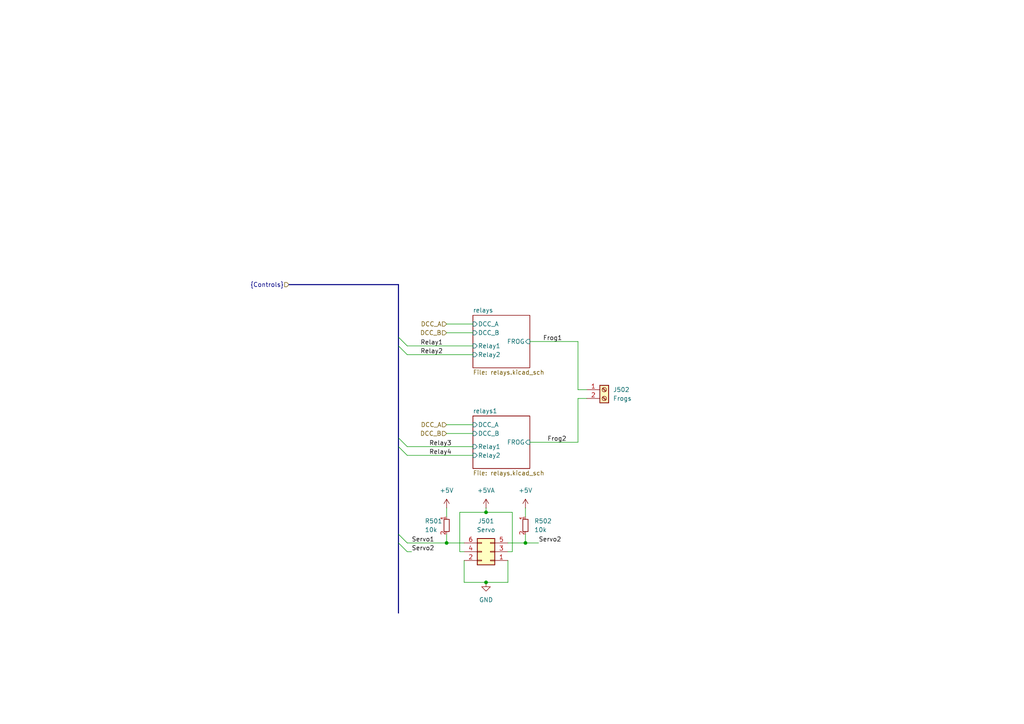
<source format=kicad_sch>
(kicad_sch (version 20231120) (generator "eeschema") (generator_version "8.0")
  (paper "A4")
  (title_block (company "Train-Science"))
  (lib_symbols
    (symbol "Connector:Screw_Terminal_01x02" (pin_names (offset 1.016) hide)
      (property "Reference" "J" (at 0 2.54 0))
      (property "Value" "Screw_Terminal_01x02" (at 0 -5.08 0))
      (symbol "Screw_Terminal_01x02_1_1"
        (rectangle (start -1.27 1.27) (end 1.27 -3.81) (stroke (width 0.254)) (fill (type background)))
        (circle (center 0 -2.54) (radius 0.635) (stroke (width 0.1524)))
        (polyline (pts (xy -0.5334 -2.2098) (xy 0.3302 -3.048)) (stroke (width 0.1524)))
        (polyline (pts (xy -0.5334 0.3302) (xy 0.3302 -0.508)) (stroke (width 0.1524)))
        (polyline (pts (xy -0.3556 -2.032) (xy 0.508 -2.8702)) (stroke (width 0.1524)))
        (polyline (pts (xy -0.3556 0.508) (xy 0.508 -0.3302)) (stroke (width 0.1524)))
        (circle (center 0 0) (radius 0.635) (stroke (width 0.1524)))
        (pin passive line (at -5.08 0 0) (length 3.81) (name "Pin_1") (number "1"))
        (pin passive line (at -5.08 -2.54 0) (length 3.81) (name "Pin_2") (number "2"))
      )
    )
    (symbol "Connector_Generic:Conn_02x03_Odd_Even" (pin_names (offset 1.016) hide)
      (property "Reference" "J" (at 1.27 5.08 0))
      (property "Value" "Conn_02x03_Odd_Even" (at 1.27 -5.08 0))
      (symbol "Conn_02x03_Odd_Even_1_1"
        (rectangle (start -1.27 -2.413) (end 0 -2.667) (stroke (width 0.1524)))
        (rectangle (start -1.27 0.127) (end 0 -0.127) (stroke (width 0.1524)))
        (rectangle (start -1.27 2.667) (end 0 2.413) (stroke (width 0.1524)))
        (rectangle (start -1.27 3.81) (end 3.81 -3.81) (stroke (width 0.254)) (fill (type background)))
        (rectangle (start 3.81 -2.413) (end 2.54 -2.667) (stroke (width 0.1524)))
        (rectangle (start 3.81 0.127) (end 2.54 -0.127) (stroke (width 0.1524)))
        (rectangle (start 3.81 2.667) (end 2.54 2.413) (stroke (width 0.1524)))
        (pin passive line (at -5.08 2.54 0) (length 3.81) (name "Pin_1") (number "1"))
        (pin passive line (at 7.62 2.54 180) (length 3.81) (name "Pin_2") (number "2"))
        (pin passive line (at -5.08 0 0) (length 3.81) (name "Pin_3") (number "3"))
        (pin passive line (at 7.62 0 180) (length 3.81) (name "Pin_4") (number "4"))
        (pin passive line (at -5.08 -2.54 0) (length 3.81) (name "Pin_5") (number "5"))
        (pin passive line (at 7.62 -2.54 180) (length 3.81) (name "Pin_6") (number "6"))
      )
    )
    (symbol "power:+5V" (power) (pin_numbers hide) (pin_names (offset 0) hide)
      (property "Value" "+5V" (at 0 3.556 0))
      (symbol "+5V_0_1"
        (polyline (pts (xy -0.762 1.27) (xy 0 2.54)))
        (polyline (pts (xy 0 0) (xy 0 2.54)))
        (polyline (pts (xy 0 2.54) (xy 0.762 1.27)))
      )
      (symbol "+5V_1_1"
        (pin power_in line (at 0 0 90) (length 0) (name "~") (number "1"))
      )
    )
    (symbol "power:+5VA" (power) (pin_numbers hide) (pin_names (offset 0) hide)
      (property "Value" "+5VA" (at 0 3.556 0))
      (symbol "+5VA_0_1"
        (polyline (pts (xy -0.762 1.27) (xy 0 2.54)))
        (polyline (pts (xy 0 0) (xy 0 2.54)))
        (polyline (pts (xy 0 2.54) (xy 0.762 1.27)))
      )
      (symbol "+5VA_1_1"
        (pin power_in line (at 0 0 90) (length 0) (name "~") (number "1"))
      )
    )
    (symbol "power:GND" (power) (pin_numbers hide) (pin_names (offset 0) hide)
      (property "Value" "GND" (at 0 -3.81 0))
      (symbol "GND_0_1"
        (polyline (pts (xy 0 0) (xy 0 -1.27) (xy 1.27 -1.27) (xy 0 -2.54) (xy -1.27 -1.27) (xy 0 -1.27)))
      )
      (symbol "GND_1_1"
        (pin power_in line (at 0 0 270) (length 0) (name "~") (number "1"))
      )
    )
    (symbol "resistors_0603:R_10k_0603"
      (property "Reference" "R" (at 1.27 2.54 0))
      (property "Value" "10k" (at 2.54 -2.54 0))
      (symbol "R_10k_0603_0_1"
        (rectangle (start -0.762 1.778) (end 0.762 -1.778) (stroke (width 0.2032)))
      )
      (symbol "R_10k_0603_1_1"
        (pin passive line (at 0 2.54 270) (length 0.762) (name "~") (number "1"))
        (pin passive line (at 0 -2.54 90) (length 0.762) (name "~") (number "2"))
      )
    )
  )
  (junction (at 152.4 157.48))
  (junction (at 140.97 168.91))
  (junction (at 129.54 157.48))
  (junction (at 140.97 148.59))
  (bus_entry (at 115.57 154.94) (size 2.54 2.54))
  (bus_entry (at 115.57 97.79) (size 2.54 2.54))
  (bus_entry (at 115.57 157.48) (size 2.54 2.54))
  (bus_entry (at 115.57 100.33) (size 2.54 2.54))
  (bus_entry (at 115.57 129.54) (size 2.54 2.54))
  (bus_entry (at 115.57 127) (size 2.54 2.54))
  (wire (pts (xy 118.11 132.08) (xy 137.16 132.08)))
  (bus (pts (xy 115.57 100.33) (xy 115.57 127)))
  (wire (pts (xy 118.11 157.48) (xy 129.54 157.48)))
  (bus (pts (xy 115.57 154.94) (xy 115.57 157.48)))
  (wire (pts (xy 118.11 160.02) (xy 119.38 160.02)))
  (bus (pts (xy 115.57 82.55) (xy 115.57 97.79)))
  (wire (pts (xy 129.54 93.98) (xy 137.16 93.98)))
  (wire (pts (xy 129.54 123.19) (xy 137.16 123.19)))
  (wire (pts (xy 148.59 160.02) (xy 147.32 160.02)))
  (wire (pts (xy 129.54 154.94) (xy 129.54 157.48)))
  (wire (pts (xy 167.64 115.57) (xy 167.64 128.27)))
  (wire (pts (xy 140.97 168.91) (xy 147.32 168.91)))
  (wire (pts (xy 147.32 168.91) (xy 147.32 162.56)))
  (wire (pts (xy 118.11 100.33) (xy 137.16 100.33)))
  (wire (pts (xy 134.62 168.91) (xy 140.97 168.91)))
  (wire (pts (xy 147.32 157.48) (xy 152.4 157.48)))
  (wire (pts (xy 152.4 157.48) (xy 156.21 157.48)))
  (wire (pts (xy 152.4 154.94) (xy 152.4 157.48)))
  (wire (pts (xy 134.62 160.02) (xy 133.35 160.02)))
  (wire (pts (xy 129.54 125.73) (xy 137.16 125.73)))
  (wire (pts (xy 167.64 113.03) (xy 170.18 113.03)))
  (wire (pts (xy 129.54 157.48) (xy 134.62 157.48)))
  (wire (pts (xy 133.35 148.59) (xy 140.97 148.59)))
  (wire (pts (xy 167.64 99.06) (xy 153.67 99.06)))
  (wire (pts (xy 140.97 147.32) (xy 140.97 148.59)))
  (wire (pts (xy 167.64 128.27) (xy 153.67 128.27)))
  (wire (pts (xy 118.11 102.87) (xy 137.16 102.87)))
  (wire (pts (xy 133.35 160.02) (xy 133.35 148.59)))
  (wire (pts (xy 148.59 148.59) (xy 148.59 160.02)))
  (wire (pts (xy 152.4 147.32) (xy 152.4 149.86)))
  (bus (pts (xy 83.82 82.55) (xy 115.57 82.55)))
  (wire (pts (xy 140.97 148.59) (xy 148.59 148.59)))
  (wire (pts (xy 118.11 129.54) (xy 137.16 129.54)))
  (wire (pts (xy 129.54 147.32) (xy 129.54 149.86)))
  (wire (pts (xy 167.64 115.57) (xy 170.18 115.57)))
  (wire (pts (xy 134.62 168.91) (xy 134.62 162.56)))
  (bus (pts (xy 115.57 97.79) (xy 115.57 100.33)))
  (wire (pts (xy 129.54 96.52) (xy 137.16 96.52)))
  (bus (pts (xy 115.57 129.54) (xy 115.57 154.94)))
  (wire (pts (xy 167.64 113.03) (xy 167.64 99.06)))
  (bus (pts (xy 115.57 157.48) (xy 115.57 177.8)))
  (bus (pts (xy 115.57 127) (xy 115.57 129.54)))
  (label "Servo1" (at 119.38 157.48 0))
  (label "Servo2" (at 119.38 160.02 0))
  (label "Frog2" (at 158.75 128.27 0))
  (label "Servo2" (at 156.21 157.48 0))
  (label "Relay1" (at 121.92 100.33 0))
  (label "Relay4" (at 124.46 132.08 0))
  (label "Relay3" (at 124.46 129.54 0))
  (label "Frog1" (at 157.48 99.06 0))
  (label "Relay2" (at 121.92 102.87 0))
  (hierarchical_label "{Controls}" (shape input) (at 83.82 82.55 180))
  (hierarchical_label "DCC_A" (shape input) (at 129.54 123.19 180))
  (hierarchical_label "DCC_B" (shape input) (at 129.54 96.52 180))
  (hierarchical_label "DCC_A" (shape input) (at 129.54 93.98 180))
  (hierarchical_label "DCC_B" (shape input) (at 129.54 125.73 180))
  (symbol (lib_id "Connector:Screw_Terminal_01x02") (at 175.26 113.03 0) (unit 1)
    (property "Reference" "J502" (at 177.8 113.03 0) (effects (justify left)))
    (property "Value" "Frogs" (at 177.8 115.57 0) (effects (justify left)))
    (property "Footprint" "TerminalBlock_Phoenix:TerminalBlock_Phoenix_MKDS-1,5-2-5.08_1x02_P5.08mm_Horizontal" (effects (hide yes)))
    (instances (project "OS-ServoDriver" (path "" (reference "J502") (unit 1)) (path "" (reference "J702") (unit 1))))
  )
  (symbol (lib_id "power:+5VA") (at 140.97 147.32 0) (unit 1)
    (property "Reference" "#PWR0505" (effects (hide yes)))
    (property "Value" "+5VA" (at 140.97 142.24 0))
    (property "Description" "Power symbol creates a global label with name \"+5VA\"" (effects (hide yes)))
    (instances (project "OS-ServoDriver" (path "" (reference "#PWR0505") (unit 1)) (path "" (reference "#PWR0717") (unit 1))))
  )
  (symbol (lib_id "power:GND") (at 140.97 168.91 0) (unit 1)
    (property "Reference" "#PWR0501" (effects (hide yes)))
    (property "Value" "GND" (at 140.97 173.99 0))
    (property "Description" "Power symbol creates a global label with name \"GND\" , ground" (effects (hide yes)))
    (instances (project "OS-ServoDriver" (path "" (reference "#PWR0501") (unit 1)) (path "" (reference "#PWR0707") (unit 1))))
  )
  (symbol (lib_id "Connector_Generic:Conn_02x03_Odd_Even") (at 142.24 160.02 180) (unit 1)
    (property "Reference" "J501" (at 140.97 151.13 0))
    (property "Value" "Servo" (at 140.97 153.67 0))
    (property "Footprint" "Connector_PinHeader_2.54mm:PinHeader_2x03_P2.54mm_Vertical" (effects (hide yes)))
    (instances (project "OS-ServoDriver" (path "" (reference "J501") (unit 1)) (path "" (reference "J701") (unit 1))))
  )
  (symbol (lib_id "power:+5V") (at 152.4 147.32 0) (unit 1)
    (property "Reference" "#PWR0503" (effects (hide yes)))
    (property "Value" "+5V" (at 152.4 142.24 0))
    (property "Description" "Power symbol creates a global label with name \"+5V\"" (effects (hide yes)))
    (instances (project "OS-ServoDriver" (path "" (reference "#PWR0503") (unit 1)) (path "" (reference "#PWR0714") (unit 1))))
  )
  (symbol (lib_id "resistors_0603:R_10k_0603") (at 129.54 152.4 0) (unit 1)
    (property "Reference" "R501" (at 123.19 151.13 0) (effects (justify left)))
    (property "Value" "10k" (at 123.19 153.67 0) (effects (justify left)))
    (property "Footprint" "custom_kicad_lib_sk:R_0603_smalltext" (effects (hide yes)))
    (property "JLCPCB Part#" "C25804" (effects (hide yes)))
    (instances (project "OS-ServoDriver" (path "" (reference "R501") (unit 1)) (path "" (reference "R704") (unit 1))))
  )
  (symbol (lib_id "power:+5V") (at 129.54 147.32 0) (unit 1)
    (property "Reference" "#PWR0504" (effects (hide yes)))
    (property "Value" "+5V" (at 129.54 142.24 0))
    (property "Description" "Power symbol creates a global label with name \"+5V\"" (effects (hide yes)))
    (instances (project "OS-ServoDriver" (path "" (reference "#PWR0504") (unit 1)) (path "" (reference "#PWR0716") (unit 1))))
  )
  (symbol (lib_id "resistors_0603:R_10k_0603") (at 152.4 152.4 0) (unit 1)
    (property "Reference" "R502" (at 154.94 151.13 0) (effects (justify left)))
    (property "Value" "10k" (at 154.94 153.67 0) (effects (justify left)))
    (property "Footprint" "custom_kicad_lib_sk:R_0603_smalltext" (effects (hide yes)))
    (property "JLCPCB Part#" "C25804" (effects (hide yes)))
    (instances (project "OS-ServoDriver" (path "" (reference "R502") (unit 1)) (path "" (reference "R705") (unit 1))))
  )
  (sheet (at 137.16 120.65) (size 16.51 15.24) (stroke (width 0.1524))
    (property "Sheetname" "relays1" (at 137.16 119.9384 0) (effects (justify left bottom)))
    (property "Sheetfile" "relays.kicad_sch" (at 137.16 136.4746 0) (effects (justify left top)))
    (pin "DCC_A" input (at 137.16 123.19 180))
    (pin "Relay1" input (at 137.16 129.54 180))
    (pin "FROG" input (at 153.67 128.27 0))
    (pin "DCC_B" input (at 137.16 125.73 180))
    (pin "Relay2" input (at 137.16 132.08 180))
  )
  (sheet (at 137.16 91.44) (size 16.51 15.24) (stroke (width 0.1524))
    (property "Sheetname" "relays" (at 137.16 90.7284 0) (effects (justify left bottom)))
    (property "Sheetfile" "relays.kicad_sch" (at 137.16 107.2646 0) (effects (justify left top)))
    (pin "DCC_A" input (at 137.16 93.98 180))
    (pin "Relay1" input (at 137.16 100.33 180))
    (pin "FROG" input (at 153.67 99.06 0))
    (pin "DCC_B" input (at 137.16 96.52 180))
    (pin "Relay2" input (at 137.16 102.87 180))
  )
)
</source>
